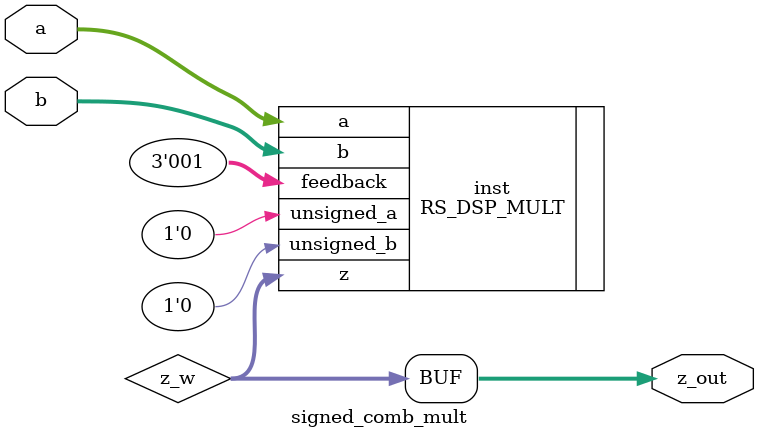
<source format=v>
module signed_comb_mult (
	input  wire [19:0] a,
    input  wire [17:0] b,
    output wire [37:0] z_out
    );

    parameter [79:0] MODE_BITS = 80'd0;

    localparam [19:0] COEFF_0 = MODE_BITS[19:0];
    localparam [19:0] COEFF_1 = MODE_BITS[39:20];
    localparam [19:0] COEFF_2 = MODE_BITS[59:40];
    localparam [19:0] COEFF_3 = MODE_BITS[79:60];
    
    wire [37:0] z_w;

	RS_DSP_MULT #(
    .MODE_BITS(80'h00000000000000000000)) 
        inst(.a(a), .b(b), .z(z_w), . feedback(3'b001), .unsigned_a(1'b0), .unsigned_b(1'b0));
	
    assign z_out = z_w;

endmodule




</source>
